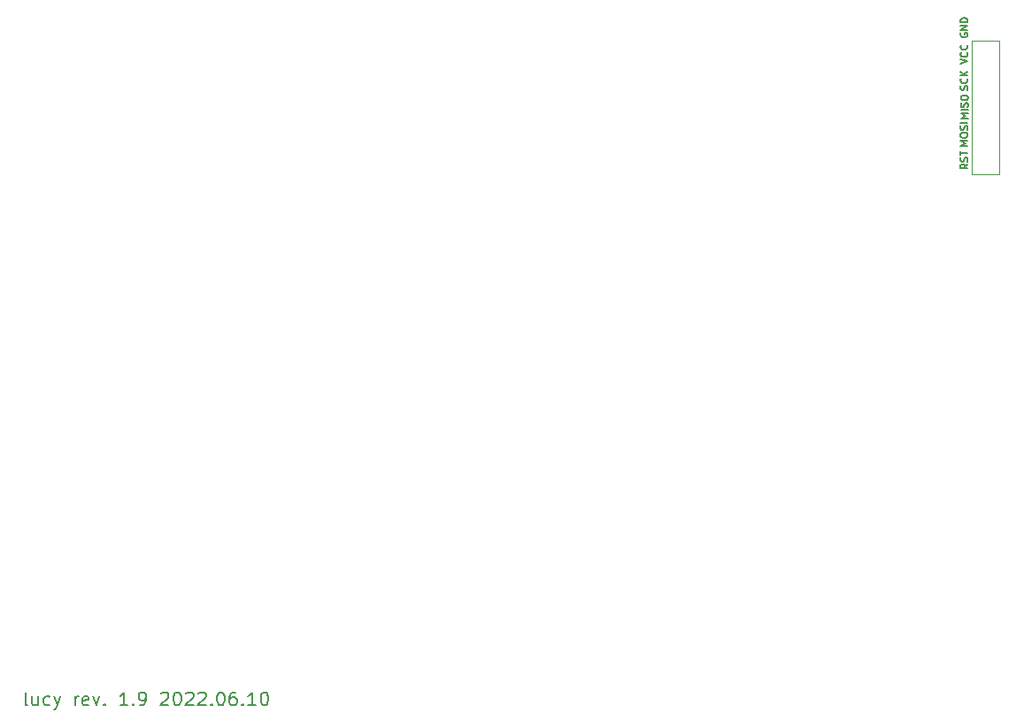
<source format=gto>
G04 #@! TF.GenerationSoftware,KiCad,Pcbnew,(6.0.5-0)*
G04 #@! TF.CreationDate,2022-06-10T13:55:56-05:00*
G04 #@! TF.ProjectId,pcb,7063622e-6b69-4636-9164-5f7063625858,rev?*
G04 #@! TF.SameCoordinates,Original*
G04 #@! TF.FileFunction,Legend,Top*
G04 #@! TF.FilePolarity,Positive*
%FSLAX46Y46*%
G04 Gerber Fmt 4.6, Leading zero omitted, Abs format (unit mm)*
G04 Created by KiCad (PCBNEW (6.0.5-0)) date 2022-06-10 13:55:56*
%MOMM*%
%LPD*%
G01*
G04 APERTURE LIST*
%ADD10C,0.200000*%
%ADD11C,0.150000*%
%ADD12C,0.120000*%
%ADD13C,3.800000*%
%ADD14C,3.987800*%
%ADD15C,1.750000*%
%ADD16C,3.000000*%
%ADD17O,1.700000X1.700000*%
%ADD18R,1.700000X1.700000*%
%ADD19O,1.300000X1.900000*%
%ADD20O,1.300000X2.400000*%
%ADD21C,0.650000*%
G04 APERTURE END LIST*
D10*
X99984070Y-117065476D02*
X99865022Y-117005952D01*
X99805499Y-116886904D01*
X99805499Y-115815476D01*
X100995975Y-116232142D02*
X100995975Y-117065476D01*
X100460260Y-116232142D02*
X100460260Y-116886904D01*
X100519784Y-117005952D01*
X100638832Y-117065476D01*
X100817403Y-117065476D01*
X100936451Y-117005952D01*
X100995975Y-116946428D01*
X102126927Y-117005952D02*
X102007880Y-117065476D01*
X101769784Y-117065476D01*
X101650737Y-117005952D01*
X101591213Y-116946428D01*
X101531689Y-116827380D01*
X101531689Y-116470238D01*
X101591213Y-116351190D01*
X101650737Y-116291666D01*
X101769784Y-116232142D01*
X102007880Y-116232142D01*
X102126927Y-116291666D01*
X102543594Y-116232142D02*
X102841213Y-117065476D01*
X103138832Y-116232142D02*
X102841213Y-117065476D01*
X102722165Y-117363095D01*
X102662641Y-117422619D01*
X102543594Y-117482142D01*
X104567403Y-117065476D02*
X104567403Y-116232142D01*
X104567403Y-116470238D02*
X104626927Y-116351190D01*
X104686451Y-116291666D01*
X104805499Y-116232142D01*
X104924546Y-116232142D01*
X105817403Y-117005952D02*
X105698356Y-117065476D01*
X105460260Y-117065476D01*
X105341213Y-117005952D01*
X105281689Y-116886904D01*
X105281689Y-116410714D01*
X105341213Y-116291666D01*
X105460260Y-116232142D01*
X105698356Y-116232142D01*
X105817403Y-116291666D01*
X105876927Y-116410714D01*
X105876927Y-116529761D01*
X105281689Y-116648809D01*
X106293594Y-116232142D02*
X106591213Y-117065476D01*
X106888832Y-116232142D01*
X107365022Y-116946428D02*
X107424546Y-117005952D01*
X107365022Y-117065476D01*
X107305499Y-117005952D01*
X107365022Y-116946428D01*
X107365022Y-117065476D01*
X109567403Y-117065476D02*
X108853118Y-117065476D01*
X109210260Y-117065476D02*
X109210260Y-115815476D01*
X109091213Y-115994047D01*
X108972165Y-116113095D01*
X108853118Y-116172619D01*
X110103118Y-116946428D02*
X110162641Y-117005952D01*
X110103118Y-117065476D01*
X110043594Y-117005952D01*
X110103118Y-116946428D01*
X110103118Y-117065476D01*
X110757880Y-117065476D02*
X110995975Y-117065476D01*
X111115022Y-117005952D01*
X111174546Y-116946428D01*
X111293594Y-116767857D01*
X111353118Y-116529761D01*
X111353118Y-116053571D01*
X111293594Y-115934523D01*
X111234070Y-115875000D01*
X111115022Y-115815476D01*
X110876927Y-115815476D01*
X110757880Y-115875000D01*
X110698356Y-115934523D01*
X110638832Y-116053571D01*
X110638832Y-116351190D01*
X110698356Y-116470238D01*
X110757880Y-116529761D01*
X110876927Y-116589285D01*
X111115022Y-116589285D01*
X111234070Y-116529761D01*
X111293594Y-116470238D01*
X111353118Y-116351190D01*
X112781689Y-115934523D02*
X112841213Y-115875000D01*
X112960260Y-115815476D01*
X113257880Y-115815476D01*
X113376927Y-115875000D01*
X113436451Y-115934523D01*
X113495975Y-116053571D01*
X113495975Y-116172619D01*
X113436451Y-116351190D01*
X112722165Y-117065476D01*
X113495975Y-117065476D01*
X114269784Y-115815476D02*
X114388832Y-115815476D01*
X114507880Y-115875000D01*
X114567403Y-115934523D01*
X114626927Y-116053571D01*
X114686451Y-116291666D01*
X114686451Y-116589285D01*
X114626927Y-116827380D01*
X114567403Y-116946428D01*
X114507880Y-117005952D01*
X114388832Y-117065476D01*
X114269784Y-117065476D01*
X114150737Y-117005952D01*
X114091213Y-116946428D01*
X114031689Y-116827380D01*
X113972165Y-116589285D01*
X113972165Y-116291666D01*
X114031689Y-116053571D01*
X114091213Y-115934523D01*
X114150737Y-115875000D01*
X114269784Y-115815476D01*
X115162641Y-115934523D02*
X115222165Y-115875000D01*
X115341213Y-115815476D01*
X115638832Y-115815476D01*
X115757880Y-115875000D01*
X115817403Y-115934523D01*
X115876927Y-116053571D01*
X115876927Y-116172619D01*
X115817403Y-116351190D01*
X115103118Y-117065476D01*
X115876927Y-117065476D01*
X116353118Y-115934523D02*
X116412641Y-115875000D01*
X116531689Y-115815476D01*
X116829308Y-115815476D01*
X116948356Y-115875000D01*
X117007880Y-115934523D01*
X117067403Y-116053571D01*
X117067403Y-116172619D01*
X117007880Y-116351190D01*
X116293594Y-117065476D01*
X117067403Y-117065476D01*
X117603118Y-116946428D02*
X117662641Y-117005952D01*
X117603118Y-117065476D01*
X117543594Y-117005952D01*
X117603118Y-116946428D01*
X117603118Y-117065476D01*
X118436451Y-115815476D02*
X118555499Y-115815476D01*
X118674546Y-115875000D01*
X118734070Y-115934523D01*
X118793594Y-116053571D01*
X118853118Y-116291666D01*
X118853118Y-116589285D01*
X118793594Y-116827380D01*
X118734070Y-116946428D01*
X118674546Y-117005952D01*
X118555499Y-117065476D01*
X118436451Y-117065476D01*
X118317403Y-117005952D01*
X118257880Y-116946428D01*
X118198356Y-116827380D01*
X118138832Y-116589285D01*
X118138832Y-116291666D01*
X118198356Y-116053571D01*
X118257880Y-115934523D01*
X118317403Y-115875000D01*
X118436451Y-115815476D01*
X119924546Y-115815476D02*
X119686451Y-115815476D01*
X119567403Y-115875000D01*
X119507880Y-115934523D01*
X119388832Y-116113095D01*
X119329308Y-116351190D01*
X119329308Y-116827380D01*
X119388832Y-116946428D01*
X119448356Y-117005952D01*
X119567403Y-117065476D01*
X119805499Y-117065476D01*
X119924546Y-117005952D01*
X119984070Y-116946428D01*
X120043594Y-116827380D01*
X120043594Y-116529761D01*
X119984070Y-116410714D01*
X119924546Y-116351190D01*
X119805499Y-116291666D01*
X119567403Y-116291666D01*
X119448356Y-116351190D01*
X119388832Y-116410714D01*
X119329308Y-116529761D01*
X120579308Y-116946428D02*
X120638832Y-117005952D01*
X120579308Y-117065476D01*
X120519784Y-117005952D01*
X120579308Y-116946428D01*
X120579308Y-117065476D01*
X121829308Y-117065476D02*
X121115022Y-117065476D01*
X121472165Y-117065476D02*
X121472165Y-115815476D01*
X121353118Y-115994047D01*
X121234070Y-116113095D01*
X121115022Y-116172619D01*
X122603118Y-115815476D02*
X122722165Y-115815476D01*
X122841213Y-115875000D01*
X122900737Y-115934523D01*
X122960260Y-116053571D01*
X123019784Y-116291666D01*
X123019784Y-116589285D01*
X122960260Y-116827380D01*
X122900737Y-116946428D01*
X122841213Y-117005952D01*
X122722165Y-117065476D01*
X122603118Y-117065476D01*
X122484070Y-117005952D01*
X122424546Y-116946428D01*
X122365022Y-116827380D01*
X122305499Y-116589285D01*
X122305499Y-116291666D01*
X122365022Y-116053571D01*
X122424546Y-115934523D01*
X122484070Y-115875000D01*
X122603118Y-115815476D01*
D11*
X189981979Y-60901767D02*
X189281979Y-60901767D01*
X189781979Y-60668433D01*
X189281979Y-60435100D01*
X189981979Y-60435100D01*
X189981979Y-60101767D02*
X189281979Y-60101767D01*
X189948646Y-59801767D02*
X189981979Y-59701767D01*
X189981979Y-59535100D01*
X189948646Y-59468433D01*
X189915313Y-59435100D01*
X189848646Y-59401767D01*
X189781979Y-59401767D01*
X189715313Y-59435100D01*
X189681979Y-59468433D01*
X189648646Y-59535100D01*
X189615313Y-59668433D01*
X189581979Y-59735100D01*
X189548646Y-59768433D01*
X189481979Y-59801767D01*
X189415313Y-59801767D01*
X189348646Y-59768433D01*
X189315313Y-59735100D01*
X189281979Y-59668433D01*
X189281979Y-59501767D01*
X189315313Y-59401767D01*
X189281979Y-58968433D02*
X189281979Y-58835100D01*
X189315313Y-58768433D01*
X189381979Y-58701767D01*
X189515313Y-58668433D01*
X189748646Y-58668433D01*
X189881979Y-58701767D01*
X189948646Y-58768433D01*
X189981979Y-58835100D01*
X189981979Y-58968433D01*
X189948646Y-59035100D01*
X189881979Y-59101767D01*
X189748646Y-59135100D01*
X189515313Y-59135100D01*
X189381979Y-59101767D01*
X189315313Y-59035100D01*
X189281979Y-58968433D01*
X189949979Y-63501767D02*
X189249979Y-63501767D01*
X189749979Y-63268433D01*
X189249979Y-63035100D01*
X189949979Y-63035100D01*
X189249979Y-62568433D02*
X189249979Y-62435100D01*
X189283313Y-62368433D01*
X189349979Y-62301767D01*
X189483313Y-62268433D01*
X189716646Y-62268433D01*
X189849979Y-62301767D01*
X189916646Y-62368433D01*
X189949979Y-62435100D01*
X189949979Y-62568433D01*
X189916646Y-62635100D01*
X189849979Y-62701767D01*
X189716646Y-62735100D01*
X189483313Y-62735100D01*
X189349979Y-62701767D01*
X189283313Y-62635100D01*
X189249979Y-62568433D01*
X189916646Y-62001767D02*
X189949979Y-61901767D01*
X189949979Y-61735100D01*
X189916646Y-61668433D01*
X189883313Y-61635100D01*
X189816646Y-61601767D01*
X189749979Y-61601767D01*
X189683313Y-61635100D01*
X189649979Y-61668433D01*
X189616646Y-61735100D01*
X189583313Y-61868433D01*
X189549979Y-61935100D01*
X189516646Y-61968433D01*
X189449979Y-62001767D01*
X189383313Y-62001767D01*
X189316646Y-61968433D01*
X189283313Y-61935100D01*
X189249979Y-61868433D01*
X189249979Y-61701767D01*
X189283313Y-61601767D01*
X189949979Y-61301767D02*
X189249979Y-61301767D01*
X189916646Y-58181767D02*
X189949979Y-58081767D01*
X189949979Y-57915100D01*
X189916646Y-57848433D01*
X189883313Y-57815100D01*
X189816646Y-57781767D01*
X189749979Y-57781767D01*
X189683313Y-57815100D01*
X189649979Y-57848433D01*
X189616646Y-57915100D01*
X189583313Y-58048433D01*
X189549979Y-58115100D01*
X189516646Y-58148433D01*
X189449979Y-58181767D01*
X189383313Y-58181767D01*
X189316646Y-58148433D01*
X189283313Y-58115100D01*
X189249979Y-58048433D01*
X189249979Y-57881767D01*
X189283313Y-57781767D01*
X189883313Y-57081767D02*
X189916646Y-57115100D01*
X189949979Y-57215100D01*
X189949979Y-57281767D01*
X189916646Y-57381767D01*
X189849979Y-57448433D01*
X189783313Y-57481767D01*
X189649979Y-57515100D01*
X189549979Y-57515100D01*
X189416646Y-57481767D01*
X189349979Y-57448433D01*
X189283313Y-57381767D01*
X189249979Y-57281767D01*
X189249979Y-57215100D01*
X189283313Y-57115100D01*
X189316646Y-57081767D01*
X189949979Y-56781767D02*
X189249979Y-56781767D01*
X189949979Y-56381767D02*
X189549979Y-56681767D01*
X189249979Y-56381767D02*
X189649979Y-56781767D01*
X189249979Y-55675100D02*
X189949979Y-55441767D01*
X189249979Y-55208433D01*
X189883313Y-54575100D02*
X189916646Y-54608433D01*
X189949979Y-54708433D01*
X189949979Y-54775100D01*
X189916646Y-54875100D01*
X189849979Y-54941767D01*
X189783313Y-54975100D01*
X189649979Y-55008433D01*
X189549979Y-55008433D01*
X189416646Y-54975100D01*
X189349979Y-54941767D01*
X189283313Y-54875100D01*
X189249979Y-54775100D01*
X189249979Y-54708433D01*
X189283313Y-54608433D01*
X189316646Y-54575100D01*
X189883313Y-53875100D02*
X189916646Y-53908433D01*
X189949979Y-54008433D01*
X189949979Y-54075100D01*
X189916646Y-54175100D01*
X189849979Y-54241767D01*
X189783313Y-54275100D01*
X189649979Y-54308433D01*
X189549979Y-54308433D01*
X189416646Y-54275100D01*
X189349979Y-54241767D01*
X189283313Y-54175100D01*
X189249979Y-54075100D01*
X189249979Y-54008433D01*
X189283313Y-53908433D01*
X189316646Y-53875100D01*
X189283313Y-52735100D02*
X189249979Y-52801767D01*
X189249979Y-52901767D01*
X189283313Y-53001767D01*
X189349979Y-53068433D01*
X189416646Y-53101767D01*
X189549979Y-53135100D01*
X189649979Y-53135100D01*
X189783313Y-53101767D01*
X189849979Y-53068433D01*
X189916646Y-53001767D01*
X189949979Y-52901767D01*
X189949979Y-52835100D01*
X189916646Y-52735100D01*
X189883313Y-52701767D01*
X189649979Y-52701767D01*
X189649979Y-52835100D01*
X189949979Y-52401767D02*
X189249979Y-52401767D01*
X189949979Y-52001767D01*
X189249979Y-52001767D01*
X189949979Y-51668433D02*
X189249979Y-51668433D01*
X189249979Y-51501767D01*
X189283313Y-51401767D01*
X189349979Y-51335100D01*
X189416646Y-51301767D01*
X189549979Y-51268433D01*
X189649979Y-51268433D01*
X189783313Y-51301767D01*
X189849979Y-51335100D01*
X189916646Y-51401767D01*
X189949979Y-51501767D01*
X189949979Y-51668433D01*
X189949979Y-65285100D02*
X189616646Y-65518433D01*
X189949979Y-65685100D02*
X189249979Y-65685100D01*
X189249979Y-65418433D01*
X189283313Y-65351767D01*
X189316646Y-65318433D01*
X189383313Y-65285100D01*
X189483313Y-65285100D01*
X189549979Y-65318433D01*
X189583313Y-65351767D01*
X189616646Y-65418433D01*
X189616646Y-65685100D01*
X189916646Y-65018433D02*
X189949979Y-64918433D01*
X189949979Y-64751767D01*
X189916646Y-64685100D01*
X189883313Y-64651767D01*
X189816646Y-64618433D01*
X189749979Y-64618433D01*
X189683313Y-64651767D01*
X189649979Y-64685100D01*
X189616646Y-64751767D01*
X189583313Y-64885100D01*
X189549979Y-64951767D01*
X189516646Y-64985100D01*
X189449979Y-65018433D01*
X189383313Y-65018433D01*
X189316646Y-64985100D01*
X189283313Y-64951767D01*
X189249979Y-64885100D01*
X189249979Y-64718433D01*
X189283313Y-64618433D01*
X189249979Y-64418433D02*
X189249979Y-64018433D01*
X189949979Y-64218433D02*
X189249979Y-64218433D01*
D12*
X192995313Y-53471767D02*
X192995313Y-66231767D01*
X190335313Y-53471767D02*
X192995313Y-53471767D01*
X190335313Y-66231767D02*
X190335313Y-53471767D01*
X192995313Y-66231767D02*
X190335313Y-66231767D01*
%LPC*%
D13*
X286915401Y-62718966D03*
X102368371Y-62718966D03*
X286915401Y-100818998D03*
X96415241Y-100818998D03*
D14*
X124990225Y-53193950D03*
D15*
X130070225Y-53193950D03*
D16*
X121180225Y-50653950D03*
X127530225Y-48113950D03*
D15*
X119910225Y-53193950D03*
X206270225Y-53193950D03*
D14*
X201190225Y-53193950D03*
D16*
X197380225Y-50653950D03*
D15*
X196110225Y-53193950D03*
D16*
X203730225Y-48113950D03*
D14*
X182140225Y-53193950D03*
D16*
X178330225Y-50653950D03*
X184680225Y-48113950D03*
D15*
X187220225Y-53193950D03*
X177060225Y-53193950D03*
D16*
X165630225Y-48113950D03*
X159280225Y-50653950D03*
D15*
X158010225Y-53193950D03*
D14*
X163090225Y-53193950D03*
D15*
X168170225Y-53193950D03*
X91970225Y-53193950D03*
D16*
X89430225Y-48113950D03*
X83080225Y-50653950D03*
D15*
X81810225Y-53193950D03*
D14*
X86890225Y-53193950D03*
D16*
X222780225Y-48113950D03*
D15*
X225320225Y-53193950D03*
D16*
X216430225Y-50653950D03*
D15*
X215160225Y-53193950D03*
D14*
X220240225Y-53193950D03*
D16*
X235480225Y-50653950D03*
X241830225Y-48113950D03*
D15*
X244370225Y-53193950D03*
X234210225Y-53193950D03*
D14*
X239290225Y-53193950D03*
X86890225Y-72243950D03*
D16*
X89430225Y-67163950D03*
X83080225Y-69703950D03*
D15*
X81810225Y-72243950D03*
X91970225Y-72243950D03*
X111020225Y-72243950D03*
X100860225Y-72243950D03*
D14*
X105940225Y-72243950D03*
D16*
X108480225Y-67163950D03*
X102130225Y-69703950D03*
X140235399Y-69703950D03*
X146585399Y-67163950D03*
D15*
X149125399Y-72243950D03*
D14*
X144045399Y-72243950D03*
D15*
X138965399Y-72243950D03*
X272310225Y-53193950D03*
D14*
X277390225Y-53193950D03*
D16*
X279930225Y-48113950D03*
D15*
X282470225Y-53193950D03*
D16*
X273580225Y-50653950D03*
X165630225Y-67163950D03*
X159280225Y-69703950D03*
D15*
X168170225Y-72243950D03*
D14*
X163090225Y-72243950D03*
D15*
X158010225Y-72243950D03*
D14*
X182140225Y-72243950D03*
D16*
X178330225Y-69703950D03*
D15*
X187220225Y-72243950D03*
D16*
X184680225Y-67163950D03*
D15*
X177060225Y-72243950D03*
X206270225Y-72243950D03*
D16*
X197380225Y-69703950D03*
X203730225Y-67163950D03*
D15*
X196110225Y-72243950D03*
D14*
X201190225Y-72243950D03*
D16*
X108480225Y-105263950D03*
D15*
X111020225Y-110343950D03*
D16*
X102130225Y-107803950D03*
D15*
X100860225Y-110343950D03*
D14*
X105940225Y-110343950D03*
D15*
X130070225Y-110343950D03*
D16*
X127530225Y-105263950D03*
D15*
X119910225Y-110343950D03*
D16*
X121180225Y-107803950D03*
D14*
X124990225Y-110343950D03*
D16*
X140230225Y-107803950D03*
D15*
X138960225Y-110343950D03*
D16*
X146580225Y-105263950D03*
D14*
X144040225Y-110343950D03*
D15*
X149120225Y-110343950D03*
X158010225Y-110343950D03*
D16*
X165630225Y-105263950D03*
D14*
X163090225Y-110343950D03*
D15*
X168170225Y-110343950D03*
D16*
X159280225Y-107803950D03*
X184680225Y-105263950D03*
D14*
X182140225Y-110343950D03*
D15*
X187220225Y-110343950D03*
D16*
X178330225Y-107803950D03*
D15*
X177060225Y-110343950D03*
D16*
X222780225Y-105263950D03*
D15*
X215160225Y-110343950D03*
D14*
X220240225Y-110343950D03*
D16*
X216430225Y-107803950D03*
D15*
X225320225Y-110343950D03*
D14*
X239290225Y-110343950D03*
D16*
X241830225Y-105263950D03*
D15*
X234210225Y-110343950D03*
X244370225Y-110343950D03*
D16*
X235480225Y-107803950D03*
D15*
X263420225Y-110343950D03*
D16*
X260880225Y-105263950D03*
D15*
X253260225Y-110343950D03*
D16*
X254530225Y-107803950D03*
D14*
X258340225Y-110343950D03*
D15*
X282470225Y-110343950D03*
X272310225Y-110343950D03*
D16*
X273580225Y-107803950D03*
D14*
X277390225Y-110343950D03*
D16*
X279930225Y-105263950D03*
D15*
X206270225Y-110343950D03*
D14*
X201190225Y-110343950D03*
D16*
X197380225Y-107803950D03*
X203730225Y-105263950D03*
D15*
X196110225Y-110343950D03*
X272310225Y-91293950D03*
D16*
X273580225Y-88753950D03*
D14*
X277390225Y-91293950D03*
D16*
X279930225Y-86213950D03*
D15*
X282470225Y-91293950D03*
X253260225Y-91293950D03*
X263420225Y-91293950D03*
D16*
X260880225Y-86213950D03*
D14*
X258340225Y-91293950D03*
D16*
X254530225Y-88753950D03*
X216430225Y-88753950D03*
D15*
X225320225Y-91293950D03*
D14*
X220240225Y-91293950D03*
D15*
X215160225Y-91293950D03*
D16*
X222780225Y-86213950D03*
X184680225Y-86213950D03*
D14*
X182140225Y-91293950D03*
D16*
X178330225Y-88753950D03*
D15*
X177060225Y-91293950D03*
X187220225Y-91293950D03*
D16*
X140230225Y-88753950D03*
D15*
X138960225Y-91293950D03*
X149120225Y-91293950D03*
D14*
X144040225Y-91293950D03*
D16*
X146580225Y-86213950D03*
D15*
X91970225Y-91293950D03*
D16*
X83080225Y-88753950D03*
X89430225Y-86213950D03*
D14*
X86890225Y-91293950D03*
D15*
X81810225Y-91293950D03*
D16*
X165630225Y-86213950D03*
X159280225Y-88753950D03*
D15*
X158010225Y-91293950D03*
D14*
X163090225Y-91293950D03*
D15*
X168170225Y-91293950D03*
X301520225Y-72243950D03*
D16*
X292630225Y-69703950D03*
D15*
X291360225Y-72243950D03*
D14*
X296440225Y-72243950D03*
D16*
X298980225Y-67163950D03*
D15*
X119910225Y-91293950D03*
D14*
X124990225Y-91293950D03*
D16*
X122450225Y-96373950D03*
D15*
X130070225Y-91293950D03*
D16*
X128800225Y-93833950D03*
D15*
X111020225Y-91293950D03*
D16*
X109750225Y-93833950D03*
X103400225Y-96373950D03*
D14*
X105940225Y-91293950D03*
D15*
X100860225Y-91293950D03*
D16*
X260880225Y-67163950D03*
D15*
X253260225Y-72243950D03*
D14*
X258340225Y-72243950D03*
D15*
X263420225Y-72243950D03*
D16*
X254530225Y-69703950D03*
X241830225Y-67163950D03*
D15*
X234210225Y-72243950D03*
D14*
X239290225Y-72243950D03*
D16*
X235480225Y-69703950D03*
D15*
X244370225Y-72243950D03*
D14*
X277390225Y-72243950D03*
D16*
X279930225Y-67163950D03*
D15*
X282470225Y-72243950D03*
D16*
X273580225Y-69703950D03*
D15*
X272310225Y-72243950D03*
X291360225Y-110343950D03*
X301520225Y-110343950D03*
D14*
X296440225Y-110343950D03*
D16*
X292630225Y-107803950D03*
X298980225Y-105263950D03*
D15*
X291360225Y-91293950D03*
D16*
X292630225Y-88753950D03*
X298980225Y-86213950D03*
D14*
X296440225Y-91293950D03*
D15*
X301520225Y-91293950D03*
D16*
X298980225Y-48113950D03*
D15*
X291360225Y-53193950D03*
D14*
X296440225Y-53193950D03*
D15*
X301520225Y-53193950D03*
D16*
X292630225Y-50653950D03*
X102130225Y-50653950D03*
D14*
X105940225Y-53193950D03*
D16*
X108480225Y-48113950D03*
D15*
X100860225Y-53193950D03*
X111020225Y-53193950D03*
D16*
X146580225Y-48113950D03*
D14*
X144040225Y-53193950D03*
D15*
X138960225Y-53193950D03*
D16*
X140230225Y-50653950D03*
D15*
X149120225Y-53193950D03*
D16*
X203730225Y-86213950D03*
D15*
X196110225Y-91293950D03*
X206270225Y-91293950D03*
D16*
X197380225Y-88753950D03*
D14*
X201190225Y-91293950D03*
D16*
X235480225Y-88753950D03*
D15*
X244370225Y-91293950D03*
D16*
X241830225Y-86213950D03*
D15*
X234210225Y-91293950D03*
D14*
X239290225Y-91293950D03*
D16*
X83080225Y-107803950D03*
D15*
X81810225Y-110343950D03*
X91970225Y-110343950D03*
D16*
X89430225Y-105263950D03*
D14*
X86890225Y-110343950D03*
D16*
X254530225Y-50653950D03*
X260880225Y-48113950D03*
D14*
X258340225Y-53193950D03*
D15*
X253260225Y-53193950D03*
X263420225Y-53193950D03*
X130070225Y-72243950D03*
D14*
X124990225Y-72243950D03*
D16*
X127530225Y-67163950D03*
X121180225Y-69703950D03*
D15*
X119910225Y-72243950D03*
X215160225Y-72243950D03*
D16*
X222780225Y-67163950D03*
D15*
X225320225Y-72243950D03*
D14*
X220240225Y-72243950D03*
D16*
X216430225Y-69703950D03*
D17*
X191665313Y-64901767D03*
X191665313Y-54741767D03*
X191665313Y-59821767D03*
X191665313Y-62361767D03*
X191665313Y-57281767D03*
D18*
X191665313Y-52201767D03*
D19*
X92139825Y-39114877D03*
X100739825Y-39114877D03*
D20*
X100739825Y-43314877D03*
X92139825Y-43314877D03*
D21*
X99329825Y-42763877D03*
X93549825Y-42763877D03*
M02*

</source>
